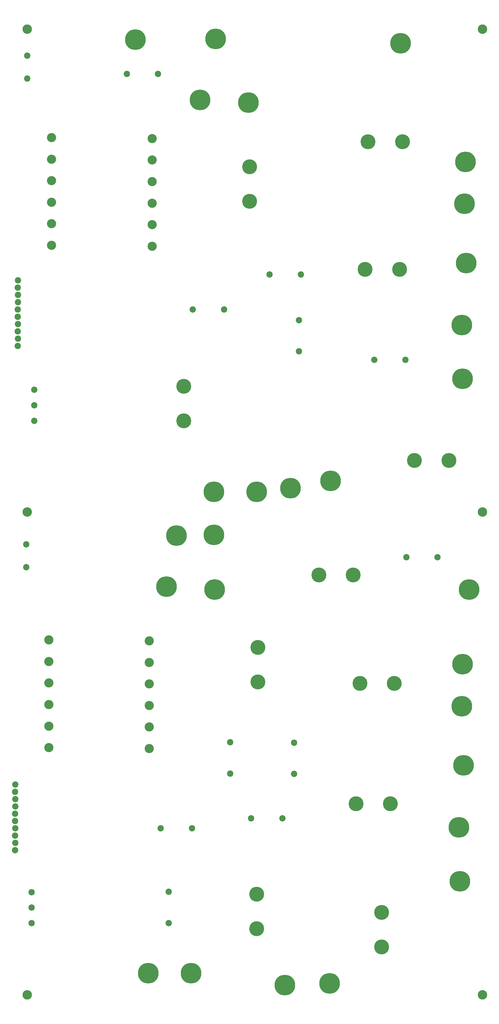
<source format=gbr>
G04 DipTrace 3.3.0.1*
G04 TopMask.gbr*
%MOMM*%
G04 #@! TF.FileFunction,Soldermask,Top*
G04 #@! TF.Part,Single*
%ADD26C,3.3*%
%ADD29C,5.2*%
%ADD31C,3.2*%
%ADD33C,2.2*%
%ADD35C,7.2*%
%FSLAX35Y35*%
G04*
G71*
G90*
G75*
G01*
G04 TopMask*
%LPD*%
D35*
X8207250Y34940750D3*
D33*
X11175870Y26733373D3*
X10085877Y26733123D3*
D31*
X2492250Y31499750D3*
D33*
X1642500Y33553750D3*
D31*
X2492250Y30749750D3*
D33*
X1642500Y34353750D3*
D31*
X2492250Y29999750D3*
D33*
X11112377Y25145873D3*
D31*
X2492250Y29249750D3*
D33*
X11112623Y24055877D3*
D31*
X2492250Y28499750D3*
D33*
X13731753Y23764747D3*
D31*
X2492250Y27749750D3*
D33*
X14821750Y23765000D3*
D31*
X5992250Y31468000D3*
Y30718000D3*
D33*
X7413500Y25511000D3*
D31*
X5992250Y29968000D3*
D33*
X8503500Y25511250D3*
D31*
X5992250Y29218000D3*
D33*
X7381750Y7445250D3*
D31*
X5992250Y28468000D3*
D33*
X6572127Y5238623D3*
D31*
X5992250Y27718000D3*
D33*
X1610750Y16535750D3*
D29*
X9387130Y29284120D3*
D33*
X8715250Y9350250D3*
D29*
X9387130Y30484120D3*
D33*
X8715000Y10440247D3*
D29*
X7096000Y22837500D3*
D33*
X1610750Y17335750D3*
D29*
X7096000Y21637500D3*
D33*
X6291750Y7445000D3*
D29*
X15133880Y20260620D3*
D33*
X6572377Y4148623D3*
D29*
X16333880Y20260620D3*
D33*
X9445500Y7794500D3*
D29*
X14614250Y26908000D3*
D33*
X10535500Y7794750D3*
D29*
X13414250Y26908000D3*
D33*
X15938373Y16890870D3*
D29*
X14716000Y31353000D3*
D33*
X14848377Y16890620D3*
D29*
X13516000Y31353000D3*
D35*
X14652500Y34782000D3*
X16906750Y30654500D3*
X16875000Y29194000D3*
X10810750Y19288000D3*
X16938500Y27130250D3*
D33*
X1317500Y24241000D3*
D35*
X16779750Y24971250D3*
X16811500Y23098000D3*
X8143750Y19161000D3*
X9636000D3*
X12207750Y19542000D3*
X9350250Y32718250D3*
X7667500Y32813500D3*
D33*
X1320500Y25765000D3*
X1323500Y26019000D3*
X1317500Y26273000D3*
X1320500Y26527000D3*
X1317500Y24749000D3*
X1320500Y25003000D3*
X1314500Y25257000D3*
X1317500Y25511000D3*
D35*
X5413250Y34909000D3*
D33*
X1320550Y24495000D3*
D35*
X6842000Y17637000D3*
X8143750Y17668750D3*
D31*
X2397000Y14005500D3*
Y13255500D3*
Y12505500D3*
Y11755500D3*
Y11005500D3*
Y10255500D3*
X5897000Y13973750D3*
Y13223750D3*
Y12473750D3*
Y11723750D3*
Y10973750D3*
Y10223750D3*
D29*
X9680523Y12544230D3*
Y13744230D3*
X9636000Y5152750D3*
Y3952750D3*
X13985750Y4517750D3*
Y3317750D3*
X14296750Y8302500D3*
X13096750D3*
X14430250Y12493500D3*
X13230250D3*
D35*
X17033750Y15763750D3*
X16811500Y13160250D3*
X16779750Y11699750D3*
X16843250Y9636000D3*
X16684500Y7477000D3*
X16716250Y5603750D3*
X5857750Y2397000D3*
X7350000D3*
X12176000Y2047750D3*
X8175500Y15763750D3*
X6492750Y15859000D3*
X10620250Y1984250D3*
D33*
X1225250Y8207250D3*
X1228250Y8461250D3*
X1222250Y8715250D3*
X1225250Y8969250D3*
X1222250Y7191250D3*
X1225250Y7445250D3*
X1219250Y7699250D3*
X1222250Y7953250D3*
Y6683250D3*
X1225300Y6937250D3*
D29*
X13001500Y16271750D3*
X11801500D3*
D33*
X1889000Y21637500D3*
X1888000Y22177250D3*
X1889000Y22717000D3*
X1793750Y4143250D3*
X1792750Y4683000D3*
X1793750Y5222750D3*
X5111623Y33718376D3*
X6201623Y33718626D3*
X10937750Y10429750D3*
X10938000Y9339750D3*
D26*
X17500000Y35280000D3*
X1645000D3*
X17500000Y1645000D3*
X1645000D3*
X17500000Y18462500D3*
X1645000D3*
M02*

</source>
